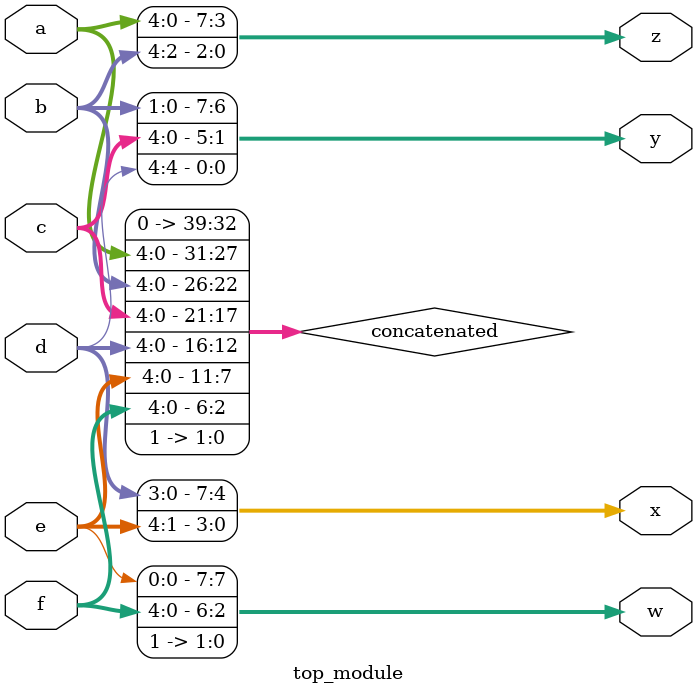
<source format=sv>
module top_module (
    input [4:0] a,
    input [4:0] b,
    input [4:0] c,
    input [4:0] d,
    input [4:0] e,
    input [4:0] f,
    output [7:0] w,
    output [7:0] x,
    output [7:0] y,
    output [7:0] z
);

    wire [39:0] concatenated;
    
    assign concatenated = {a, b, c, d, e, f, 2'b11};

    assign w = concatenated[7:0];
    assign x = concatenated[15:8];
    assign y = concatenated[23:16];
    assign z = concatenated[31:24];

endmodule

</source>
